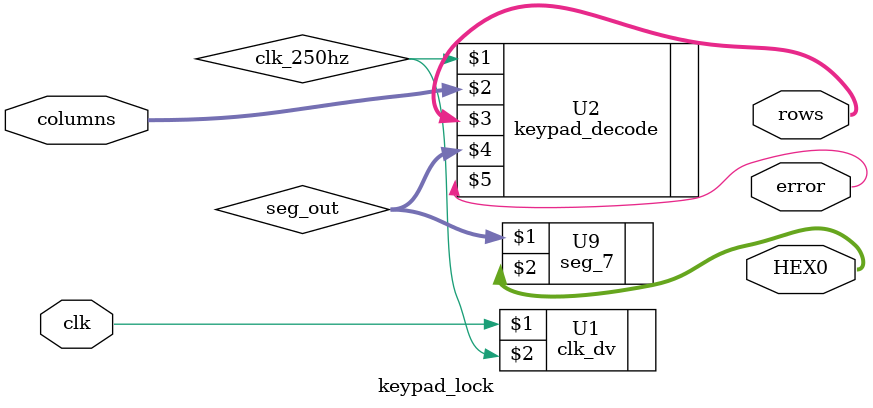
<source format=v>
 


module keypad_lock(
	input clk,
	input [3:0] columns,					//GPIO_1[1][3][5][7]
	output [3:0] rows,					//GPIO_0[1][3][5][7]
	//output [6:0] HEX3,
	//output [6:0] HEX2,
	//output [6:0] HEX1,
	output [6:0] HEX0,
	output error							//LED9
	//output unlocking,						//LED1
	//output open								//LED0
);

 
	wire key_pressed, clk_250hz, P, start;
	wire [3:0] key;
	wire [15:0] code_out;
	wire [3:0] seg_out;

	clk_dv #(1250000) U1(clk, clk_250hz);  

	keypad_decode U2(clk_250hz, columns, rows, seg_out[3:0], error);//key, key_pressed);

	//lockout U3(clk_250hz, key_pressed, P);

	//input_code U4(clk_250hz, P, key, seg_out, code_out, start);

	//lock_mechanism U5(clk_250z, start, code_out, error, unlocking, open);

	//seg_7 U6(seg_out[15:12], HEX3);
	//seg_7 U7(seg_out[11:8], HEX2);
	//seg_7 U8(seg_out[7:4], HEX1);
	seg_7 U9(seg_out[3:0], HEX0);



endmodule


</source>
